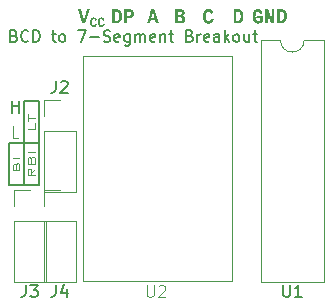
<source format=gbr>
%TF.GenerationSoftware,KiCad,Pcbnew,7.0.8-7.0.8~ubuntu23.04.1*%
%TF.CreationDate,2023-10-03T20:58:01+04:00*%
%TF.ProjectId,7segment_breakout,37736567-6d65-46e7-945f-627265616b6f,rev?*%
%TF.SameCoordinates,Original*%
%TF.FileFunction,Legend,Top*%
%TF.FilePolarity,Positive*%
%FSLAX46Y46*%
G04 Gerber Fmt 4.6, Leading zero omitted, Abs format (unit mm)*
G04 Created by KiCad (PCBNEW 7.0.8-7.0.8~ubuntu23.04.1) date 2023-10-03 20:58:01*
%MOMM*%
%LPD*%
G01*
G04 APERTURE LIST*
%ADD10C,0.150000*%
%ADD11C,0.100000*%
%ADD12C,0.250000*%
%ADD13C,0.120000*%
G04 APERTURE END LIST*
D10*
X127762000Y-93472000D02*
X127762000Y-86360000D01*
X126492000Y-89916000D02*
X126492000Y-93472000D01*
X126492000Y-93472000D02*
X129032000Y-93472000D01*
X129032000Y-89916000D02*
X126492000Y-89916000D01*
X127762000Y-86360000D02*
X129032000Y-86360000D01*
X129032000Y-86360000D02*
X129032000Y-93472000D01*
X126941769Y-80829209D02*
X127080341Y-80876828D01*
X127080341Y-80876828D02*
X127126531Y-80924447D01*
X127126531Y-80924447D02*
X127172722Y-81019685D01*
X127172722Y-81019685D02*
X127172722Y-81162542D01*
X127172722Y-81162542D02*
X127126531Y-81257780D01*
X127126531Y-81257780D02*
X127080341Y-81305400D01*
X127080341Y-81305400D02*
X126987960Y-81353019D01*
X126987960Y-81353019D02*
X126618436Y-81353019D01*
X126618436Y-81353019D02*
X126618436Y-80353019D01*
X126618436Y-80353019D02*
X126941769Y-80353019D01*
X126941769Y-80353019D02*
X127034150Y-80400638D01*
X127034150Y-80400638D02*
X127080341Y-80448257D01*
X127080341Y-80448257D02*
X127126531Y-80543495D01*
X127126531Y-80543495D02*
X127126531Y-80638733D01*
X127126531Y-80638733D02*
X127080341Y-80733971D01*
X127080341Y-80733971D02*
X127034150Y-80781590D01*
X127034150Y-80781590D02*
X126941769Y-80829209D01*
X126941769Y-80829209D02*
X126618436Y-80829209D01*
X128142722Y-81257780D02*
X128096531Y-81305400D01*
X128096531Y-81305400D02*
X127957960Y-81353019D01*
X127957960Y-81353019D02*
X127865579Y-81353019D01*
X127865579Y-81353019D02*
X127727007Y-81305400D01*
X127727007Y-81305400D02*
X127634626Y-81210161D01*
X127634626Y-81210161D02*
X127588436Y-81114923D01*
X127588436Y-81114923D02*
X127542245Y-80924447D01*
X127542245Y-80924447D02*
X127542245Y-80781590D01*
X127542245Y-80781590D02*
X127588436Y-80591114D01*
X127588436Y-80591114D02*
X127634626Y-80495876D01*
X127634626Y-80495876D02*
X127727007Y-80400638D01*
X127727007Y-80400638D02*
X127865579Y-80353019D01*
X127865579Y-80353019D02*
X127957960Y-80353019D01*
X127957960Y-80353019D02*
X128096531Y-80400638D01*
X128096531Y-80400638D02*
X128142722Y-80448257D01*
X128558436Y-81353019D02*
X128558436Y-80353019D01*
X128558436Y-80353019D02*
X128789388Y-80353019D01*
X128789388Y-80353019D02*
X128927960Y-80400638D01*
X128927960Y-80400638D02*
X129020341Y-80495876D01*
X129020341Y-80495876D02*
X129066531Y-80591114D01*
X129066531Y-80591114D02*
X129112722Y-80781590D01*
X129112722Y-80781590D02*
X129112722Y-80924447D01*
X129112722Y-80924447D02*
X129066531Y-81114923D01*
X129066531Y-81114923D02*
X129020341Y-81210161D01*
X129020341Y-81210161D02*
X128927960Y-81305400D01*
X128927960Y-81305400D02*
X128789388Y-81353019D01*
X128789388Y-81353019D02*
X128558436Y-81353019D01*
X130128912Y-80686352D02*
X130498436Y-80686352D01*
X130267484Y-80353019D02*
X130267484Y-81210161D01*
X130267484Y-81210161D02*
X130313674Y-81305400D01*
X130313674Y-81305400D02*
X130406055Y-81353019D01*
X130406055Y-81353019D02*
X130498436Y-81353019D01*
X130960341Y-81353019D02*
X130867960Y-81305400D01*
X130867960Y-81305400D02*
X130821770Y-81257780D01*
X130821770Y-81257780D02*
X130775579Y-81162542D01*
X130775579Y-81162542D02*
X130775579Y-80876828D01*
X130775579Y-80876828D02*
X130821770Y-80781590D01*
X130821770Y-80781590D02*
X130867960Y-80733971D01*
X130867960Y-80733971D02*
X130960341Y-80686352D01*
X130960341Y-80686352D02*
X131098913Y-80686352D01*
X131098913Y-80686352D02*
X131191294Y-80733971D01*
X131191294Y-80733971D02*
X131237484Y-80781590D01*
X131237484Y-80781590D02*
X131283675Y-80876828D01*
X131283675Y-80876828D02*
X131283675Y-81162542D01*
X131283675Y-81162542D02*
X131237484Y-81257780D01*
X131237484Y-81257780D02*
X131191294Y-81305400D01*
X131191294Y-81305400D02*
X131098913Y-81353019D01*
X131098913Y-81353019D02*
X130960341Y-81353019D01*
X132346056Y-80353019D02*
X132992723Y-80353019D01*
X132992723Y-80353019D02*
X132577008Y-81353019D01*
X133362247Y-80972066D02*
X134101295Y-80972066D01*
X134517008Y-81305400D02*
X134655580Y-81353019D01*
X134655580Y-81353019D02*
X134886532Y-81353019D01*
X134886532Y-81353019D02*
X134978913Y-81305400D01*
X134978913Y-81305400D02*
X135025104Y-81257780D01*
X135025104Y-81257780D02*
X135071294Y-81162542D01*
X135071294Y-81162542D02*
X135071294Y-81067304D01*
X135071294Y-81067304D02*
X135025104Y-80972066D01*
X135025104Y-80972066D02*
X134978913Y-80924447D01*
X134978913Y-80924447D02*
X134886532Y-80876828D01*
X134886532Y-80876828D02*
X134701770Y-80829209D01*
X134701770Y-80829209D02*
X134609389Y-80781590D01*
X134609389Y-80781590D02*
X134563199Y-80733971D01*
X134563199Y-80733971D02*
X134517008Y-80638733D01*
X134517008Y-80638733D02*
X134517008Y-80543495D01*
X134517008Y-80543495D02*
X134563199Y-80448257D01*
X134563199Y-80448257D02*
X134609389Y-80400638D01*
X134609389Y-80400638D02*
X134701770Y-80353019D01*
X134701770Y-80353019D02*
X134932723Y-80353019D01*
X134932723Y-80353019D02*
X135071294Y-80400638D01*
X135856533Y-81305400D02*
X135764152Y-81353019D01*
X135764152Y-81353019D02*
X135579390Y-81353019D01*
X135579390Y-81353019D02*
X135487009Y-81305400D01*
X135487009Y-81305400D02*
X135440818Y-81210161D01*
X135440818Y-81210161D02*
X135440818Y-80829209D01*
X135440818Y-80829209D02*
X135487009Y-80733971D01*
X135487009Y-80733971D02*
X135579390Y-80686352D01*
X135579390Y-80686352D02*
X135764152Y-80686352D01*
X135764152Y-80686352D02*
X135856533Y-80733971D01*
X135856533Y-80733971D02*
X135902723Y-80829209D01*
X135902723Y-80829209D02*
X135902723Y-80924447D01*
X135902723Y-80924447D02*
X135440818Y-81019685D01*
X136734152Y-80686352D02*
X136734152Y-81495876D01*
X136734152Y-81495876D02*
X136687962Y-81591114D01*
X136687962Y-81591114D02*
X136641771Y-81638733D01*
X136641771Y-81638733D02*
X136549390Y-81686352D01*
X136549390Y-81686352D02*
X136410819Y-81686352D01*
X136410819Y-81686352D02*
X136318438Y-81638733D01*
X136734152Y-81305400D02*
X136641771Y-81353019D01*
X136641771Y-81353019D02*
X136457009Y-81353019D01*
X136457009Y-81353019D02*
X136364628Y-81305400D01*
X136364628Y-81305400D02*
X136318438Y-81257780D01*
X136318438Y-81257780D02*
X136272247Y-81162542D01*
X136272247Y-81162542D02*
X136272247Y-80876828D01*
X136272247Y-80876828D02*
X136318438Y-80781590D01*
X136318438Y-80781590D02*
X136364628Y-80733971D01*
X136364628Y-80733971D02*
X136457009Y-80686352D01*
X136457009Y-80686352D02*
X136641771Y-80686352D01*
X136641771Y-80686352D02*
X136734152Y-80733971D01*
X137196057Y-81353019D02*
X137196057Y-80686352D01*
X137196057Y-80781590D02*
X137242247Y-80733971D01*
X137242247Y-80733971D02*
X137334628Y-80686352D01*
X137334628Y-80686352D02*
X137473200Y-80686352D01*
X137473200Y-80686352D02*
X137565581Y-80733971D01*
X137565581Y-80733971D02*
X137611771Y-80829209D01*
X137611771Y-80829209D02*
X137611771Y-81353019D01*
X137611771Y-80829209D02*
X137657962Y-80733971D01*
X137657962Y-80733971D02*
X137750343Y-80686352D01*
X137750343Y-80686352D02*
X137888914Y-80686352D01*
X137888914Y-80686352D02*
X137981295Y-80733971D01*
X137981295Y-80733971D02*
X138027485Y-80829209D01*
X138027485Y-80829209D02*
X138027485Y-81353019D01*
X138858914Y-81305400D02*
X138766533Y-81353019D01*
X138766533Y-81353019D02*
X138581771Y-81353019D01*
X138581771Y-81353019D02*
X138489390Y-81305400D01*
X138489390Y-81305400D02*
X138443199Y-81210161D01*
X138443199Y-81210161D02*
X138443199Y-80829209D01*
X138443199Y-80829209D02*
X138489390Y-80733971D01*
X138489390Y-80733971D02*
X138581771Y-80686352D01*
X138581771Y-80686352D02*
X138766533Y-80686352D01*
X138766533Y-80686352D02*
X138858914Y-80733971D01*
X138858914Y-80733971D02*
X138905104Y-80829209D01*
X138905104Y-80829209D02*
X138905104Y-80924447D01*
X138905104Y-80924447D02*
X138443199Y-81019685D01*
X139320819Y-80686352D02*
X139320819Y-81353019D01*
X139320819Y-80781590D02*
X139367009Y-80733971D01*
X139367009Y-80733971D02*
X139459390Y-80686352D01*
X139459390Y-80686352D02*
X139597962Y-80686352D01*
X139597962Y-80686352D02*
X139690343Y-80733971D01*
X139690343Y-80733971D02*
X139736533Y-80829209D01*
X139736533Y-80829209D02*
X139736533Y-81353019D01*
X140059866Y-80686352D02*
X140429390Y-80686352D01*
X140198438Y-80353019D02*
X140198438Y-81210161D01*
X140198438Y-81210161D02*
X140244628Y-81305400D01*
X140244628Y-81305400D02*
X140337009Y-81353019D01*
X140337009Y-81353019D02*
X140429390Y-81353019D01*
X141815105Y-80829209D02*
X141953677Y-80876828D01*
X141953677Y-80876828D02*
X141999867Y-80924447D01*
X141999867Y-80924447D02*
X142046058Y-81019685D01*
X142046058Y-81019685D02*
X142046058Y-81162542D01*
X142046058Y-81162542D02*
X141999867Y-81257780D01*
X141999867Y-81257780D02*
X141953677Y-81305400D01*
X141953677Y-81305400D02*
X141861296Y-81353019D01*
X141861296Y-81353019D02*
X141491772Y-81353019D01*
X141491772Y-81353019D02*
X141491772Y-80353019D01*
X141491772Y-80353019D02*
X141815105Y-80353019D01*
X141815105Y-80353019D02*
X141907486Y-80400638D01*
X141907486Y-80400638D02*
X141953677Y-80448257D01*
X141953677Y-80448257D02*
X141999867Y-80543495D01*
X141999867Y-80543495D02*
X141999867Y-80638733D01*
X141999867Y-80638733D02*
X141953677Y-80733971D01*
X141953677Y-80733971D02*
X141907486Y-80781590D01*
X141907486Y-80781590D02*
X141815105Y-80829209D01*
X141815105Y-80829209D02*
X141491772Y-80829209D01*
X142461772Y-81353019D02*
X142461772Y-80686352D01*
X142461772Y-80876828D02*
X142507962Y-80781590D01*
X142507962Y-80781590D02*
X142554153Y-80733971D01*
X142554153Y-80733971D02*
X142646534Y-80686352D01*
X142646534Y-80686352D02*
X142738915Y-80686352D01*
X143431772Y-81305400D02*
X143339391Y-81353019D01*
X143339391Y-81353019D02*
X143154629Y-81353019D01*
X143154629Y-81353019D02*
X143062248Y-81305400D01*
X143062248Y-81305400D02*
X143016057Y-81210161D01*
X143016057Y-81210161D02*
X143016057Y-80829209D01*
X143016057Y-80829209D02*
X143062248Y-80733971D01*
X143062248Y-80733971D02*
X143154629Y-80686352D01*
X143154629Y-80686352D02*
X143339391Y-80686352D01*
X143339391Y-80686352D02*
X143431772Y-80733971D01*
X143431772Y-80733971D02*
X143477962Y-80829209D01*
X143477962Y-80829209D02*
X143477962Y-80924447D01*
X143477962Y-80924447D02*
X143016057Y-81019685D01*
X144309391Y-81353019D02*
X144309391Y-80829209D01*
X144309391Y-80829209D02*
X144263201Y-80733971D01*
X144263201Y-80733971D02*
X144170820Y-80686352D01*
X144170820Y-80686352D02*
X143986058Y-80686352D01*
X143986058Y-80686352D02*
X143893677Y-80733971D01*
X144309391Y-81305400D02*
X144217010Y-81353019D01*
X144217010Y-81353019D02*
X143986058Y-81353019D01*
X143986058Y-81353019D02*
X143893677Y-81305400D01*
X143893677Y-81305400D02*
X143847486Y-81210161D01*
X143847486Y-81210161D02*
X143847486Y-81114923D01*
X143847486Y-81114923D02*
X143893677Y-81019685D01*
X143893677Y-81019685D02*
X143986058Y-80972066D01*
X143986058Y-80972066D02*
X144217010Y-80972066D01*
X144217010Y-80972066D02*
X144309391Y-80924447D01*
X144771296Y-81353019D02*
X144771296Y-80353019D01*
X144863677Y-80972066D02*
X145140820Y-81353019D01*
X145140820Y-80686352D02*
X144771296Y-81067304D01*
X145695105Y-81353019D02*
X145602724Y-81305400D01*
X145602724Y-81305400D02*
X145556534Y-81257780D01*
X145556534Y-81257780D02*
X145510343Y-81162542D01*
X145510343Y-81162542D02*
X145510343Y-80876828D01*
X145510343Y-80876828D02*
X145556534Y-80781590D01*
X145556534Y-80781590D02*
X145602724Y-80733971D01*
X145602724Y-80733971D02*
X145695105Y-80686352D01*
X145695105Y-80686352D02*
X145833677Y-80686352D01*
X145833677Y-80686352D02*
X145926058Y-80733971D01*
X145926058Y-80733971D02*
X145972248Y-80781590D01*
X145972248Y-80781590D02*
X146018439Y-80876828D01*
X146018439Y-80876828D02*
X146018439Y-81162542D01*
X146018439Y-81162542D02*
X145972248Y-81257780D01*
X145972248Y-81257780D02*
X145926058Y-81305400D01*
X145926058Y-81305400D02*
X145833677Y-81353019D01*
X145833677Y-81353019D02*
X145695105Y-81353019D01*
X146849867Y-80686352D02*
X146849867Y-81353019D01*
X146434153Y-80686352D02*
X146434153Y-81210161D01*
X146434153Y-81210161D02*
X146480343Y-81305400D01*
X146480343Y-81305400D02*
X146572724Y-81353019D01*
X146572724Y-81353019D02*
X146711296Y-81353019D01*
X146711296Y-81353019D02*
X146803677Y-81305400D01*
X146803677Y-81305400D02*
X146849867Y-81257780D01*
X147173200Y-80686352D02*
X147542724Y-80686352D01*
X147311772Y-80353019D02*
X147311772Y-81210161D01*
X147311772Y-81210161D02*
X147357962Y-81305400D01*
X147357962Y-81305400D02*
X147450343Y-81353019D01*
X147450343Y-81353019D02*
X147542724Y-81353019D01*
D11*
X128699371Y-92088687D02*
X128413657Y-92422020D01*
X128699371Y-92660115D02*
X128099371Y-92660115D01*
X128099371Y-92660115D02*
X128099371Y-92279163D01*
X128099371Y-92279163D02*
X128127942Y-92183925D01*
X128127942Y-92183925D02*
X128156514Y-92136306D01*
X128156514Y-92136306D02*
X128213657Y-92088687D01*
X128213657Y-92088687D02*
X128299371Y-92088687D01*
X128299371Y-92088687D02*
X128356514Y-92136306D01*
X128356514Y-92136306D02*
X128385085Y-92183925D01*
X128385085Y-92183925D02*
X128413657Y-92279163D01*
X128413657Y-92279163D02*
X128413657Y-92660115D01*
X128385085Y-91326782D02*
X128413657Y-91183925D01*
X128413657Y-91183925D02*
X128442228Y-91136306D01*
X128442228Y-91136306D02*
X128499371Y-91088687D01*
X128499371Y-91088687D02*
X128585085Y-91088687D01*
X128585085Y-91088687D02*
X128642228Y-91136306D01*
X128642228Y-91136306D02*
X128670800Y-91183925D01*
X128670800Y-91183925D02*
X128699371Y-91279163D01*
X128699371Y-91279163D02*
X128699371Y-91660115D01*
X128699371Y-91660115D02*
X128099371Y-91660115D01*
X128099371Y-91660115D02*
X128099371Y-91326782D01*
X128099371Y-91326782D02*
X128127942Y-91231544D01*
X128127942Y-91231544D02*
X128156514Y-91183925D01*
X128156514Y-91183925D02*
X128213657Y-91136306D01*
X128213657Y-91136306D02*
X128270800Y-91136306D01*
X128270800Y-91136306D02*
X128327942Y-91183925D01*
X128327942Y-91183925D02*
X128356514Y-91231544D01*
X128356514Y-91231544D02*
X128385085Y-91326782D01*
X128385085Y-91326782D02*
X128385085Y-91660115D01*
X128699371Y-90660115D02*
X128099371Y-90660115D01*
D12*
G36*
X145840636Y-78584488D02*
G01*
X145857144Y-78584919D01*
X145873385Y-78585637D01*
X145889359Y-78586642D01*
X145905066Y-78587934D01*
X145920507Y-78589513D01*
X145935680Y-78591380D01*
X145950587Y-78593533D01*
X145965228Y-78595974D01*
X145979601Y-78598701D01*
X145993708Y-78601716D01*
X146007548Y-78605018D01*
X146021121Y-78608607D01*
X146034428Y-78612484D01*
X146047467Y-78616647D01*
X146060240Y-78621097D01*
X146072746Y-78625835D01*
X146084986Y-78630860D01*
X146096959Y-78636172D01*
X146108664Y-78641771D01*
X146120104Y-78647657D01*
X146131276Y-78653830D01*
X146142182Y-78660290D01*
X146152821Y-78667038D01*
X146163193Y-78674073D01*
X146173298Y-78681394D01*
X146183137Y-78689003D01*
X146192708Y-78696899D01*
X146202013Y-78705082D01*
X146211052Y-78713553D01*
X146219823Y-78722310D01*
X146228328Y-78731355D01*
X146236569Y-78740672D01*
X146244548Y-78750287D01*
X146252265Y-78760199D01*
X146259721Y-78770409D01*
X146266915Y-78780917D01*
X146273848Y-78791722D01*
X146280519Y-78802825D01*
X146286928Y-78814226D01*
X146293076Y-78825925D01*
X146298962Y-78837921D01*
X146304587Y-78850215D01*
X146309950Y-78862806D01*
X146315051Y-78875695D01*
X146319891Y-78888882D01*
X146324469Y-78902367D01*
X146328785Y-78916149D01*
X146332840Y-78930229D01*
X146336633Y-78944606D01*
X146340165Y-78959281D01*
X146343435Y-78974254D01*
X146346444Y-78989525D01*
X146349191Y-79005093D01*
X146351676Y-79020959D01*
X146353900Y-79037122D01*
X146355862Y-79053584D01*
X146357562Y-79070342D01*
X146359001Y-79087399D01*
X146360178Y-79104753D01*
X146361094Y-79122405D01*
X146361748Y-79140355D01*
X146362140Y-79158602D01*
X146362271Y-79177147D01*
X146362147Y-79195449D01*
X146361774Y-79213485D01*
X146361153Y-79231254D01*
X146360283Y-79248756D01*
X146359165Y-79265992D01*
X146357799Y-79282961D01*
X146356184Y-79299664D01*
X146354321Y-79316100D01*
X146352209Y-79332269D01*
X146349849Y-79348171D01*
X146347240Y-79363807D01*
X146344383Y-79379176D01*
X146341278Y-79394278D01*
X146337924Y-79409114D01*
X146334321Y-79423683D01*
X146330471Y-79437986D01*
X146326371Y-79452022D01*
X146322024Y-79465791D01*
X146317427Y-79479293D01*
X146312583Y-79492529D01*
X146307490Y-79505498D01*
X146302148Y-79518201D01*
X146296558Y-79530637D01*
X146290720Y-79542806D01*
X146284633Y-79554708D01*
X146278298Y-79566344D01*
X146271714Y-79577713D01*
X146264882Y-79588816D01*
X146257802Y-79599652D01*
X146250473Y-79610221D01*
X146242895Y-79620523D01*
X146235069Y-79630559D01*
X146227032Y-79640307D01*
X146218784Y-79649745D01*
X146210326Y-79658874D01*
X146201657Y-79667694D01*
X146192777Y-79676204D01*
X146183687Y-79684404D01*
X146174386Y-79692295D01*
X146164874Y-79699877D01*
X146155151Y-79707149D01*
X146145218Y-79714112D01*
X146135075Y-79720765D01*
X146124720Y-79727109D01*
X146114155Y-79733143D01*
X146103380Y-79738868D01*
X146092393Y-79744283D01*
X146081196Y-79749389D01*
X146069789Y-79754186D01*
X146058170Y-79758673D01*
X146046341Y-79762851D01*
X146034302Y-79766719D01*
X146022051Y-79770278D01*
X146009590Y-79773527D01*
X145996919Y-79776467D01*
X145984036Y-79779097D01*
X145970944Y-79781418D01*
X145957640Y-79783429D01*
X145944126Y-79785131D01*
X145930401Y-79786524D01*
X145916465Y-79787607D01*
X145902319Y-79788381D01*
X145887962Y-79788845D01*
X145873394Y-79789000D01*
X145526374Y-79789000D01*
X145526374Y-78787872D01*
X145769347Y-78787872D01*
X145769347Y-79585472D01*
X145853464Y-79585472D01*
X145869693Y-79585073D01*
X145885407Y-79583877D01*
X145900605Y-79581883D01*
X145915288Y-79579092D01*
X145929456Y-79575503D01*
X145943109Y-79571117D01*
X145956247Y-79565933D01*
X145968869Y-79559952D01*
X145980976Y-79553173D01*
X145992568Y-79545596D01*
X146003645Y-79537223D01*
X146014207Y-79528051D01*
X146024253Y-79518082D01*
X146033784Y-79507316D01*
X146042800Y-79495752D01*
X146051301Y-79483391D01*
X146059287Y-79470232D01*
X146066757Y-79456275D01*
X146073712Y-79441521D01*
X146080152Y-79425970D01*
X146086077Y-79409621D01*
X146091487Y-79392474D01*
X146096381Y-79374531D01*
X146100760Y-79355789D01*
X146104624Y-79336250D01*
X146107973Y-79315914D01*
X146110807Y-79294779D01*
X146113125Y-79272848D01*
X146114928Y-79250119D01*
X146116216Y-79226592D01*
X146116989Y-79202268D01*
X146117247Y-79177147D01*
X146116971Y-79152252D01*
X146116143Y-79128210D01*
X146114763Y-79105021D01*
X146112832Y-79082686D01*
X146110349Y-79061204D01*
X146107313Y-79040575D01*
X146103727Y-79020800D01*
X146099588Y-79001878D01*
X146094897Y-78983809D01*
X146089655Y-78966594D01*
X146083860Y-78950232D01*
X146077514Y-78934724D01*
X146070616Y-78920068D01*
X146063167Y-78906266D01*
X146055165Y-78893317D01*
X146046612Y-78881222D01*
X146037482Y-78869918D01*
X146027680Y-78859343D01*
X146017204Y-78849498D01*
X146006055Y-78840382D01*
X145994233Y-78831995D01*
X145981738Y-78824337D01*
X145968569Y-78817409D01*
X145954727Y-78811210D01*
X145940212Y-78805740D01*
X145925024Y-78801000D01*
X145909163Y-78796989D01*
X145892629Y-78793707D01*
X145875421Y-78791154D01*
X145857540Y-78789331D01*
X145838986Y-78788237D01*
X145819759Y-78787872D01*
X145769347Y-78787872D01*
X145526374Y-78787872D01*
X145526374Y-78584345D01*
X145823862Y-78584345D01*
X145840636Y-78584488D01*
G37*
G36*
X139189217Y-79789000D02*
G01*
X138946830Y-79789000D01*
X138870919Y-79499425D01*
X138494883Y-79499425D01*
X138419265Y-79789000D01*
X138176000Y-79789000D01*
X138324552Y-79301295D01*
X138546174Y-79301295D01*
X138819921Y-79301295D01*
X138813972Y-79278604D01*
X138808178Y-79256490D01*
X138802539Y-79234953D01*
X138797056Y-79213993D01*
X138791727Y-79193611D01*
X138786554Y-79173807D01*
X138781535Y-79154579D01*
X138776672Y-79135929D01*
X138771964Y-79117857D01*
X138767411Y-79100361D01*
X138763013Y-79083443D01*
X138758771Y-79067103D01*
X138754683Y-79051340D01*
X138750751Y-79036154D01*
X138746973Y-79021545D01*
X138743351Y-79007514D01*
X138739884Y-78994060D01*
X138736572Y-78981184D01*
X138733416Y-78968885D01*
X138727567Y-78946019D01*
X138722340Y-78925462D01*
X138717733Y-78907215D01*
X138713746Y-78891277D01*
X138710380Y-78877649D01*
X138706495Y-78861536D01*
X138703450Y-78848278D01*
X138700580Y-78835650D01*
X138697027Y-78819794D01*
X138693784Y-78805059D01*
X138690853Y-78791446D01*
X138688234Y-78778954D01*
X138685398Y-78764915D01*
X138683048Y-78752628D01*
X138680676Y-78765244D01*
X138677775Y-78779673D01*
X138675074Y-78792522D01*
X138672033Y-78806533D01*
X138668653Y-78821704D01*
X138664934Y-78838036D01*
X138661923Y-78851047D01*
X138658721Y-78864711D01*
X138654744Y-78881173D01*
X138651337Y-78894961D01*
X138647325Y-78910998D01*
X138642709Y-78929284D01*
X138637488Y-78949821D01*
X138631663Y-78972608D01*
X138628523Y-78984845D01*
X138625233Y-78997645D01*
X138621792Y-79011007D01*
X138618199Y-79024931D01*
X138614455Y-79039418D01*
X138610560Y-79054468D01*
X138606514Y-79070079D01*
X138602317Y-79086254D01*
X138597969Y-79102991D01*
X138593469Y-79120290D01*
X138588819Y-79138152D01*
X138584017Y-79156576D01*
X138579064Y-79175563D01*
X138573960Y-79195112D01*
X138568705Y-79215224D01*
X138563299Y-79235898D01*
X138557742Y-79257135D01*
X138552033Y-79278934D01*
X138546174Y-79301295D01*
X138324552Y-79301295D01*
X138541191Y-78590060D01*
X138824611Y-78590060D01*
X139189217Y-79789000D01*
G37*
G36*
X132965318Y-79789000D02*
G01*
X132718829Y-79789000D01*
X132336344Y-78590060D01*
X132590454Y-78590060D01*
X132782429Y-79278752D01*
X132786750Y-79294157D01*
X132791359Y-79310963D01*
X132796257Y-79329171D01*
X132799683Y-79342087D01*
X132803237Y-79355626D01*
X132806919Y-79369788D01*
X132810729Y-79384572D01*
X132814667Y-79399979D01*
X132818734Y-79416009D01*
X132822929Y-79432661D01*
X132827252Y-79449936D01*
X132831703Y-79467833D01*
X132836283Y-79486353D01*
X132840990Y-79505496D01*
X132843392Y-79515301D01*
X132860685Y-79438780D01*
X132902890Y-79278752D01*
X133093986Y-78590060D01*
X133345458Y-78590060D01*
X132965318Y-79789000D01*
G37*
G36*
X133540656Y-79690570D02*
G01*
X133540798Y-79707041D01*
X133541224Y-79723036D01*
X133541934Y-79738554D01*
X133542928Y-79753596D01*
X133544206Y-79768163D01*
X133545767Y-79782252D01*
X133547613Y-79795866D01*
X133549742Y-79809003D01*
X133552156Y-79821664D01*
X133556308Y-79839762D01*
X133561100Y-79856789D01*
X133566530Y-79872744D01*
X133572599Y-79887628D01*
X133577000Y-79896955D01*
X133584186Y-79909892D01*
X133592006Y-79921557D01*
X133600459Y-79931950D01*
X133609547Y-79941070D01*
X133619268Y-79948917D01*
X133629622Y-79955492D01*
X133640611Y-79960794D01*
X133652233Y-79964824D01*
X133664488Y-79967581D01*
X133677378Y-79969066D01*
X133686323Y-79969348D01*
X133701766Y-79968179D01*
X133716441Y-79964671D01*
X133730349Y-79958825D01*
X133743489Y-79950640D01*
X133755862Y-79940116D01*
X133767467Y-79927254D01*
X133778304Y-79912053D01*
X133785102Y-79900620D01*
X133791560Y-79888148D01*
X133797676Y-79874636D01*
X133803450Y-79860085D01*
X133808884Y-79844494D01*
X133811473Y-79836309D01*
X133954208Y-79865203D01*
X133949740Y-79879678D01*
X133945016Y-79893694D01*
X133940038Y-79907250D01*
X133934805Y-79920347D01*
X133929317Y-79932984D01*
X133923575Y-79945161D01*
X133917577Y-79956879D01*
X133911325Y-79968138D01*
X133904819Y-79978937D01*
X133891041Y-79999156D01*
X133876245Y-80017537D01*
X133860429Y-80034080D01*
X133843595Y-80048785D01*
X133825741Y-80061652D01*
X133806869Y-80072681D01*
X133786978Y-80081871D01*
X133766067Y-80089224D01*
X133744138Y-80094738D01*
X133721190Y-80098415D01*
X133709334Y-80099563D01*
X133697223Y-80100253D01*
X133684857Y-80100482D01*
X133666775Y-80100076D01*
X133649238Y-80098855D01*
X133632245Y-80096821D01*
X133615798Y-80093973D01*
X133599895Y-80090312D01*
X133584538Y-80085837D01*
X133569725Y-80080548D01*
X133555458Y-80074446D01*
X133541735Y-80067530D01*
X133528557Y-80059801D01*
X133515925Y-80051258D01*
X133503837Y-80041901D01*
X133492294Y-80031730D01*
X133481296Y-80020746D01*
X133470843Y-80008949D01*
X133460936Y-79996337D01*
X133451637Y-79982901D01*
X133442938Y-79968708D01*
X133434839Y-79953759D01*
X133427340Y-79938053D01*
X133420441Y-79921591D01*
X133414142Y-79904372D01*
X133408442Y-79886396D01*
X133403343Y-79867664D01*
X133398844Y-79848175D01*
X133394944Y-79827930D01*
X133391645Y-79806928D01*
X133388945Y-79785169D01*
X133386845Y-79762654D01*
X133385345Y-79739383D01*
X133384446Y-79715354D01*
X133384146Y-79690570D01*
X133384435Y-79665780D01*
X133385304Y-79641778D01*
X133386752Y-79618562D01*
X133388780Y-79596134D01*
X133391387Y-79574492D01*
X133394573Y-79553637D01*
X133398339Y-79533570D01*
X133402684Y-79514289D01*
X133407608Y-79495795D01*
X133413111Y-79478088D01*
X133419194Y-79461169D01*
X133425856Y-79445036D01*
X133433098Y-79429690D01*
X133440918Y-79415131D01*
X133449318Y-79401359D01*
X133458298Y-79388374D01*
X133467856Y-79376176D01*
X133477994Y-79364765D01*
X133488712Y-79354141D01*
X133500008Y-79344304D01*
X133511884Y-79335254D01*
X133524339Y-79326991D01*
X133537374Y-79319514D01*
X133550988Y-79312825D01*
X133565181Y-79306923D01*
X133579954Y-79301808D01*
X133595305Y-79297479D01*
X133611236Y-79293938D01*
X133627747Y-79291184D01*
X133644837Y-79289216D01*
X133662506Y-79288036D01*
X133680754Y-79287642D01*
X133692757Y-79287864D01*
X133704513Y-79288530D01*
X133721683Y-79290362D01*
X133738296Y-79293193D01*
X133754353Y-79297022D01*
X133769854Y-79301851D01*
X133784798Y-79307679D01*
X133799186Y-79314506D01*
X133813017Y-79322332D01*
X133826292Y-79331157D01*
X133839011Y-79340981D01*
X133843127Y-79344478D01*
X133855130Y-79355620D01*
X133866520Y-79367733D01*
X133877297Y-79380818D01*
X133887461Y-79394873D01*
X133897012Y-79409900D01*
X133905950Y-79425898D01*
X133911568Y-79437103D01*
X133916914Y-79448739D01*
X133921987Y-79460807D01*
X133926787Y-79473307D01*
X133931315Y-79486238D01*
X133935571Y-79499601D01*
X133939554Y-79513396D01*
X133797404Y-79551815D01*
X133793361Y-79536460D01*
X133788850Y-79521989D01*
X133783872Y-79508400D01*
X133778427Y-79495694D01*
X133772515Y-79483872D01*
X133766135Y-79472932D01*
X133757504Y-79460500D01*
X133751975Y-79453703D01*
X133742320Y-79443641D01*
X133732220Y-79435285D01*
X133721677Y-79428633D01*
X133710691Y-79423688D01*
X133699260Y-79420447D01*
X133687386Y-79418913D01*
X133682513Y-79418776D01*
X133665335Y-79419838D01*
X133649265Y-79423023D01*
X133634304Y-79428331D01*
X133620451Y-79435763D01*
X133607706Y-79445319D01*
X133596069Y-79456997D01*
X133585541Y-79470799D01*
X133576120Y-79486725D01*
X133567809Y-79504773D01*
X133560605Y-79524946D01*
X133554510Y-79547241D01*
X133549522Y-79571660D01*
X133547444Y-79584666D01*
X133545644Y-79598202D01*
X133544120Y-79612270D01*
X133542873Y-79626868D01*
X133541903Y-79641997D01*
X133541211Y-79657657D01*
X133540795Y-79673848D01*
X133540656Y-79690570D01*
G37*
G36*
X134185458Y-79690570D02*
G01*
X134185599Y-79707041D01*
X134186025Y-79723036D01*
X134186735Y-79738554D01*
X134187729Y-79753596D01*
X134189007Y-79768163D01*
X134190568Y-79782252D01*
X134192414Y-79795866D01*
X134194543Y-79809003D01*
X134196957Y-79821664D01*
X134201109Y-79839762D01*
X134205901Y-79856789D01*
X134211331Y-79872744D01*
X134217400Y-79887628D01*
X134221801Y-79896955D01*
X134228987Y-79909892D01*
X134236807Y-79921557D01*
X134245260Y-79931950D01*
X134254348Y-79941070D01*
X134264069Y-79948917D01*
X134274423Y-79955492D01*
X134285412Y-79960794D01*
X134297034Y-79964824D01*
X134309289Y-79967581D01*
X134322179Y-79969066D01*
X134331124Y-79969348D01*
X134346567Y-79968179D01*
X134361243Y-79964671D01*
X134375150Y-79958825D01*
X134388291Y-79950640D01*
X134400663Y-79940116D01*
X134412268Y-79927254D01*
X134423105Y-79912053D01*
X134429903Y-79900620D01*
X134436361Y-79888148D01*
X134442477Y-79874636D01*
X134448251Y-79860085D01*
X134453685Y-79844494D01*
X134456274Y-79836309D01*
X134599009Y-79865203D01*
X134594541Y-79879678D01*
X134589817Y-79893694D01*
X134584839Y-79907250D01*
X134579606Y-79920347D01*
X134574118Y-79932984D01*
X134568376Y-79945161D01*
X134562379Y-79956879D01*
X134556127Y-79968138D01*
X134549620Y-79978937D01*
X134535842Y-79999156D01*
X134521046Y-80017537D01*
X134505230Y-80034080D01*
X134488396Y-80048785D01*
X134470542Y-80061652D01*
X134451670Y-80072681D01*
X134431779Y-80081871D01*
X134410869Y-80089224D01*
X134388939Y-80094738D01*
X134365991Y-80098415D01*
X134354135Y-80099563D01*
X134342024Y-80100253D01*
X134329658Y-80100482D01*
X134311576Y-80100076D01*
X134294039Y-80098855D01*
X134277046Y-80096821D01*
X134260599Y-80093973D01*
X134244696Y-80090312D01*
X134229339Y-80085837D01*
X134214526Y-80080548D01*
X134200259Y-80074446D01*
X134186536Y-80067530D01*
X134173358Y-80059801D01*
X134160726Y-80051258D01*
X134148638Y-80041901D01*
X134137095Y-80031730D01*
X134126097Y-80020746D01*
X134115645Y-80008949D01*
X134105737Y-79996337D01*
X134096438Y-79982901D01*
X134087739Y-79968708D01*
X134079640Y-79953759D01*
X134072141Y-79938053D01*
X134065242Y-79921591D01*
X134058943Y-79904372D01*
X134053244Y-79886396D01*
X134048144Y-79867664D01*
X134043645Y-79848175D01*
X134039745Y-79827930D01*
X134036446Y-79806928D01*
X134033746Y-79785169D01*
X134031646Y-79762654D01*
X134030147Y-79739383D01*
X134029247Y-79715354D01*
X134028947Y-79690570D01*
X134029236Y-79665780D01*
X134030105Y-79641778D01*
X134031554Y-79618562D01*
X134033581Y-79596134D01*
X134036188Y-79574492D01*
X134039374Y-79553637D01*
X134043140Y-79533570D01*
X134047485Y-79514289D01*
X134052409Y-79495795D01*
X134057912Y-79478088D01*
X134063995Y-79461169D01*
X134070657Y-79445036D01*
X134077899Y-79429690D01*
X134085719Y-79415131D01*
X134094119Y-79401359D01*
X134103099Y-79388374D01*
X134112657Y-79376176D01*
X134122795Y-79364765D01*
X134133513Y-79354141D01*
X134144809Y-79344304D01*
X134156685Y-79335254D01*
X134169141Y-79326991D01*
X134182175Y-79319514D01*
X134195789Y-79312825D01*
X134209982Y-79306923D01*
X134224755Y-79301808D01*
X134240106Y-79297479D01*
X134256038Y-79293938D01*
X134272548Y-79291184D01*
X134289638Y-79289216D01*
X134307307Y-79288036D01*
X134325555Y-79287642D01*
X134337558Y-79287864D01*
X134349314Y-79288530D01*
X134366484Y-79290362D01*
X134383097Y-79293193D01*
X134399154Y-79297022D01*
X134414655Y-79301851D01*
X134429599Y-79307679D01*
X134443987Y-79314506D01*
X134457818Y-79322332D01*
X134471093Y-79331157D01*
X134483812Y-79340981D01*
X134487928Y-79344478D01*
X134499931Y-79355620D01*
X134511321Y-79367733D01*
X134522098Y-79380818D01*
X134532263Y-79394873D01*
X134541813Y-79409900D01*
X134550751Y-79425898D01*
X134556369Y-79437103D01*
X134561715Y-79448739D01*
X134566788Y-79460807D01*
X134571588Y-79473307D01*
X134576116Y-79486238D01*
X134580372Y-79499601D01*
X134584355Y-79513396D01*
X134442206Y-79551815D01*
X134438162Y-79536460D01*
X134433651Y-79521989D01*
X134428673Y-79508400D01*
X134423228Y-79495694D01*
X134417316Y-79483872D01*
X134410936Y-79472932D01*
X134402305Y-79460500D01*
X134396776Y-79453703D01*
X134387121Y-79443641D01*
X134377021Y-79435285D01*
X134366478Y-79428633D01*
X134355492Y-79423688D01*
X134344061Y-79420447D01*
X134332188Y-79418913D01*
X134327314Y-79418776D01*
X134310136Y-79419838D01*
X134294066Y-79423023D01*
X134279105Y-79428331D01*
X134265252Y-79435763D01*
X134252507Y-79445319D01*
X134240870Y-79456997D01*
X134230342Y-79470799D01*
X134220922Y-79486725D01*
X134212610Y-79504773D01*
X134205406Y-79524946D01*
X134199311Y-79547241D01*
X134194324Y-79571660D01*
X134192246Y-79584666D01*
X134190445Y-79598202D01*
X134188921Y-79612270D01*
X134187674Y-79626868D01*
X134186704Y-79641997D01*
X134186012Y-79657657D01*
X134185596Y-79673848D01*
X134185458Y-79690570D01*
G37*
D10*
X126752579Y-87347419D02*
X126752579Y-86347419D01*
X126752579Y-86823609D02*
X127324007Y-86823609D01*
X127324007Y-87347419D02*
X127324007Y-86347419D01*
D11*
X127297474Y-89509019D02*
X126821284Y-89509019D01*
X126821284Y-89509019D02*
X126821284Y-88509019D01*
X128699371Y-88246925D02*
X128699371Y-88723115D01*
X128699371Y-88723115D02*
X128099371Y-88723115D01*
X128099371Y-88056448D02*
X128099371Y-87485020D01*
X128699371Y-87770734D02*
X128099371Y-87770734D01*
X127103504Y-91869582D02*
X127127314Y-91726725D01*
X127127314Y-91726725D02*
X127151123Y-91679106D01*
X127151123Y-91679106D02*
X127198742Y-91631487D01*
X127198742Y-91631487D02*
X127270171Y-91631487D01*
X127270171Y-91631487D02*
X127317790Y-91679106D01*
X127317790Y-91679106D02*
X127341600Y-91726725D01*
X127341600Y-91726725D02*
X127365409Y-91821963D01*
X127365409Y-91821963D02*
X127365409Y-92202915D01*
X127365409Y-92202915D02*
X126865409Y-92202915D01*
X126865409Y-92202915D02*
X126865409Y-91869582D01*
X126865409Y-91869582D02*
X126889219Y-91774344D01*
X126889219Y-91774344D02*
X126913028Y-91726725D01*
X126913028Y-91726725D02*
X126960647Y-91679106D01*
X126960647Y-91679106D02*
X127008266Y-91679106D01*
X127008266Y-91679106D02*
X127055885Y-91726725D01*
X127055885Y-91726725D02*
X127079695Y-91774344D01*
X127079695Y-91774344D02*
X127103504Y-91869582D01*
X127103504Y-91869582D02*
X127103504Y-92202915D01*
X127365409Y-91202915D02*
X126865409Y-91202915D01*
D12*
G36*
X147995979Y-79629289D02*
G01*
X147983443Y-79640365D01*
X147970897Y-79651090D01*
X147958341Y-79661463D01*
X147945773Y-79671484D01*
X147933194Y-79681154D01*
X147920605Y-79690472D01*
X147908004Y-79699438D01*
X147895393Y-79708053D01*
X147882771Y-79716316D01*
X147870138Y-79724228D01*
X147857494Y-79731787D01*
X147844840Y-79738996D01*
X147832174Y-79745852D01*
X147819497Y-79752357D01*
X147806810Y-79758511D01*
X147794112Y-79764313D01*
X147781403Y-79769763D01*
X147768683Y-79774861D01*
X147755952Y-79779608D01*
X147743210Y-79784004D01*
X147730457Y-79788047D01*
X147717694Y-79791739D01*
X147704920Y-79795080D01*
X147692134Y-79798069D01*
X147679338Y-79800706D01*
X147666531Y-79802991D01*
X147653713Y-79804925D01*
X147640885Y-79806508D01*
X147628045Y-79807738D01*
X147615194Y-79808617D01*
X147602333Y-79809145D01*
X147589461Y-79809321D01*
X147576107Y-79809161D01*
X147562936Y-79808682D01*
X147549948Y-79807883D01*
X147537144Y-79806765D01*
X147524523Y-79805328D01*
X147512085Y-79803572D01*
X147499830Y-79801496D01*
X147487758Y-79799100D01*
X147475870Y-79796386D01*
X147464164Y-79793352D01*
X147452642Y-79789998D01*
X147441303Y-79786325D01*
X147430147Y-79782333D01*
X147408385Y-79773391D01*
X147387356Y-79763171D01*
X147367059Y-79751673D01*
X147347495Y-79738898D01*
X147328664Y-79724846D01*
X147310566Y-79709515D01*
X147293200Y-79692908D01*
X147276567Y-79675023D01*
X147268526Y-79665601D01*
X147260667Y-79655860D01*
X147252992Y-79645800D01*
X147245545Y-79635429D01*
X147238334Y-79624797D01*
X147231359Y-79613903D01*
X147224621Y-79602747D01*
X147218120Y-79591329D01*
X147211855Y-79579650D01*
X147205826Y-79567709D01*
X147200034Y-79555506D01*
X147194478Y-79543042D01*
X147189159Y-79530316D01*
X147184076Y-79517328D01*
X147179229Y-79504079D01*
X147174619Y-79490568D01*
X147170245Y-79476795D01*
X147166108Y-79462760D01*
X147162207Y-79448464D01*
X147158542Y-79433906D01*
X147155114Y-79419086D01*
X147151923Y-79404005D01*
X147148967Y-79388662D01*
X147146248Y-79373057D01*
X147143766Y-79357191D01*
X147141520Y-79341062D01*
X147139510Y-79324672D01*
X147137737Y-79308021D01*
X147136201Y-79291108D01*
X147134900Y-79273933D01*
X147133836Y-79256496D01*
X147133009Y-79238798D01*
X147132418Y-79220837D01*
X147132063Y-79202616D01*
X147131945Y-79184132D01*
X147132394Y-79146333D01*
X147133743Y-79109733D01*
X147135989Y-79074333D01*
X147139135Y-79040134D01*
X147143179Y-79007134D01*
X147148122Y-78975335D01*
X147153964Y-78944735D01*
X147160705Y-78915335D01*
X147168344Y-78887136D01*
X147176882Y-78860136D01*
X147186319Y-78834336D01*
X147196654Y-78809736D01*
X147207888Y-78786337D01*
X147220021Y-78764137D01*
X147233053Y-78743137D01*
X147246983Y-78723337D01*
X147261813Y-78704738D01*
X147277541Y-78687338D01*
X147294167Y-78671138D01*
X147311693Y-78656138D01*
X147330117Y-78642338D01*
X147349440Y-78629739D01*
X147369661Y-78618339D01*
X147390781Y-78608139D01*
X147412800Y-78599139D01*
X147435718Y-78591339D01*
X147459535Y-78584739D01*
X147484250Y-78579339D01*
X147509864Y-78575139D01*
X147536377Y-78572139D01*
X147563788Y-78570339D01*
X147592099Y-78569739D01*
X147610424Y-78570067D01*
X147628323Y-78571049D01*
X147645796Y-78572686D01*
X147662844Y-78574978D01*
X147679465Y-78577925D01*
X147695661Y-78581527D01*
X147711430Y-78585784D01*
X147726774Y-78590695D01*
X147741692Y-78596262D01*
X147756184Y-78602483D01*
X147770250Y-78609359D01*
X147783890Y-78616890D01*
X147797105Y-78625076D01*
X147809893Y-78633917D01*
X147822255Y-78643413D01*
X147834192Y-78653563D01*
X147845759Y-78664340D01*
X147856939Y-78675794D01*
X147867732Y-78687926D01*
X147878137Y-78700734D01*
X147888156Y-78714220D01*
X147897788Y-78728383D01*
X147907033Y-78743223D01*
X147915891Y-78758740D01*
X147924362Y-78774935D01*
X147932446Y-78791807D01*
X147940144Y-78809356D01*
X147947454Y-78827582D01*
X147954377Y-78846485D01*
X147960913Y-78866066D01*
X147967062Y-78886323D01*
X147972824Y-78907258D01*
X147746851Y-78955838D01*
X147741138Y-78934191D01*
X147734917Y-78913941D01*
X147728187Y-78895087D01*
X147720949Y-78877630D01*
X147713203Y-78861570D01*
X147704948Y-78846906D01*
X147696185Y-78833638D01*
X147686914Y-78821767D01*
X147677134Y-78811293D01*
X147666846Y-78802215D01*
X147656050Y-78794534D01*
X147644745Y-78788250D01*
X147632932Y-78783362D01*
X147620611Y-78779870D01*
X147607781Y-78777775D01*
X147594443Y-78777077D01*
X147580752Y-78777453D01*
X147567520Y-78778580D01*
X147554749Y-78780459D01*
X147542438Y-78783090D01*
X147530587Y-78786472D01*
X147519197Y-78790606D01*
X147508266Y-78795492D01*
X147492734Y-78804229D01*
X147478237Y-78814658D01*
X147464776Y-78826778D01*
X147456377Y-78835797D01*
X147448438Y-78845568D01*
X147440960Y-78856091D01*
X147433942Y-78867365D01*
X147430605Y-78873284D01*
X147424288Y-78885773D01*
X147418378Y-78899187D01*
X147412875Y-78913526D01*
X147407781Y-78928790D01*
X147403094Y-78944980D01*
X147398814Y-78962094D01*
X147394942Y-78980134D01*
X147391478Y-78999100D01*
X147388421Y-79018990D01*
X147385771Y-79039806D01*
X147383530Y-79061547D01*
X147381696Y-79084214D01*
X147380269Y-79107806D01*
X147379250Y-79132322D01*
X147378639Y-79157765D01*
X147378486Y-79170833D01*
X147378435Y-79184132D01*
X147378650Y-79208623D01*
X147379296Y-79232404D01*
X147380372Y-79255476D01*
X147381879Y-79277839D01*
X147383816Y-79299492D01*
X147386184Y-79320436D01*
X147388982Y-79340670D01*
X147392210Y-79360195D01*
X147395869Y-79379010D01*
X147399959Y-79397116D01*
X147404479Y-79414512D01*
X147409429Y-79431199D01*
X147414810Y-79447176D01*
X147420622Y-79462445D01*
X147426864Y-79477003D01*
X147433536Y-79490852D01*
X147440685Y-79503887D01*
X147448282Y-79516080D01*
X147456329Y-79527432D01*
X147464824Y-79537944D01*
X147473768Y-79547614D01*
X147483160Y-79556444D01*
X147493002Y-79564433D01*
X147503292Y-79571581D01*
X147514031Y-79577888D01*
X147525219Y-79583354D01*
X147536855Y-79587979D01*
X147548941Y-79591763D01*
X147561475Y-79594706D01*
X147574458Y-79596808D01*
X147587890Y-79598070D01*
X147601771Y-79598490D01*
X147615489Y-79598071D01*
X147629351Y-79596816D01*
X147643356Y-79594723D01*
X147657504Y-79591792D01*
X147668925Y-79588846D01*
X147680438Y-79585363D01*
X147692043Y-79581344D01*
X147703505Y-79576869D01*
X147714592Y-79572017D01*
X147725304Y-79566788D01*
X147738165Y-79559722D01*
X147750440Y-79552066D01*
X147762128Y-79543821D01*
X147773229Y-79534987D01*
X147773229Y-79333364D01*
X147547549Y-79333364D01*
X147547549Y-79138727D01*
X147995979Y-79138727D01*
X147995979Y-79629289D01*
G37*
G36*
X148690898Y-79789000D02*
G01*
X148374360Y-78892653D01*
X148375784Y-78906493D01*
X148377163Y-78920074D01*
X148378497Y-78933395D01*
X148379786Y-78946457D01*
X148381030Y-78959258D01*
X148383382Y-78984081D01*
X148385552Y-79007865D01*
X148387542Y-79030610D01*
X148389351Y-79052315D01*
X148390979Y-79072981D01*
X148392426Y-79092607D01*
X148393692Y-79111194D01*
X148394778Y-79128742D01*
X148395682Y-79145250D01*
X148396406Y-79160719D01*
X148396949Y-79175149D01*
X148397310Y-79188539D01*
X148397514Y-79206676D01*
X148397514Y-79789000D01*
X148185609Y-79789000D01*
X148185609Y-78590060D01*
X148463459Y-78590060D01*
X148787325Y-79510221D01*
X148785901Y-79497274D01*
X148784522Y-79484509D01*
X148781899Y-79459527D01*
X148779457Y-79435275D01*
X148777195Y-79411751D01*
X148775115Y-79388957D01*
X148773216Y-79366892D01*
X148771497Y-79345557D01*
X148769960Y-79324950D01*
X148768603Y-79305073D01*
X148767427Y-79285926D01*
X148766432Y-79267507D01*
X148765618Y-79249818D01*
X148764985Y-79232858D01*
X148764533Y-79216628D01*
X148764262Y-79201127D01*
X148764171Y-79186355D01*
X148764171Y-78590060D01*
X148976076Y-78590060D01*
X148976076Y-79789000D01*
X148690898Y-79789000D01*
G37*
G36*
X149508105Y-78584488D02*
G01*
X149524613Y-78584919D01*
X149540854Y-78585637D01*
X149556828Y-78586642D01*
X149572535Y-78587934D01*
X149587976Y-78589513D01*
X149603149Y-78591380D01*
X149618056Y-78593533D01*
X149632697Y-78595974D01*
X149647070Y-78598701D01*
X149661177Y-78601716D01*
X149675017Y-78605018D01*
X149688590Y-78608607D01*
X149701897Y-78612484D01*
X149714936Y-78616647D01*
X149727709Y-78621097D01*
X149740215Y-78625835D01*
X149752455Y-78630860D01*
X149764427Y-78636172D01*
X149776133Y-78641771D01*
X149787573Y-78647657D01*
X149798745Y-78653830D01*
X149809651Y-78660290D01*
X149820289Y-78667038D01*
X149830662Y-78674073D01*
X149840767Y-78681394D01*
X149850606Y-78689003D01*
X149860177Y-78696899D01*
X149869482Y-78705082D01*
X149878521Y-78713553D01*
X149887292Y-78722310D01*
X149895797Y-78731355D01*
X149904038Y-78740672D01*
X149912017Y-78750287D01*
X149919734Y-78760199D01*
X149927190Y-78770409D01*
X149934384Y-78780917D01*
X149941317Y-78791722D01*
X149947988Y-78802825D01*
X149954397Y-78814226D01*
X149960545Y-78825925D01*
X149966431Y-78837921D01*
X149972056Y-78850215D01*
X149977419Y-78862806D01*
X149982520Y-78875695D01*
X149987360Y-78888882D01*
X149991938Y-78902367D01*
X149996254Y-78916149D01*
X150000309Y-78930229D01*
X150004102Y-78944606D01*
X150007634Y-78959281D01*
X150010904Y-78974254D01*
X150013913Y-78989525D01*
X150016660Y-79005093D01*
X150019145Y-79020959D01*
X150021368Y-79037122D01*
X150023331Y-79053584D01*
X150025031Y-79070342D01*
X150026470Y-79087399D01*
X150027647Y-79104753D01*
X150028563Y-79122405D01*
X150029217Y-79140355D01*
X150029609Y-79158602D01*
X150029740Y-79177147D01*
X150029616Y-79195449D01*
X150029243Y-79213485D01*
X150028622Y-79231254D01*
X150027752Y-79248756D01*
X150026634Y-79265992D01*
X150025268Y-79282961D01*
X150023653Y-79299664D01*
X150021790Y-79316100D01*
X150019678Y-79332269D01*
X150017318Y-79348171D01*
X150014709Y-79363807D01*
X150011852Y-79379176D01*
X150008747Y-79394278D01*
X150005393Y-79409114D01*
X150001790Y-79423683D01*
X149997939Y-79437986D01*
X149993840Y-79452022D01*
X149989492Y-79465791D01*
X149984896Y-79479293D01*
X149980052Y-79492529D01*
X149974959Y-79505498D01*
X149969617Y-79518201D01*
X149964027Y-79530637D01*
X149958189Y-79542806D01*
X149952102Y-79554708D01*
X149945767Y-79566344D01*
X149939183Y-79577713D01*
X149932351Y-79588816D01*
X149925271Y-79599652D01*
X149917942Y-79610221D01*
X149910364Y-79620523D01*
X149902538Y-79630559D01*
X149894501Y-79640307D01*
X149886253Y-79649745D01*
X149877795Y-79658874D01*
X149869126Y-79667694D01*
X149860246Y-79676204D01*
X149851156Y-79684404D01*
X149841855Y-79692295D01*
X149832343Y-79699877D01*
X149822620Y-79707149D01*
X149812687Y-79714112D01*
X149802544Y-79720765D01*
X149792189Y-79727109D01*
X149781624Y-79733143D01*
X149770849Y-79738868D01*
X149759862Y-79744283D01*
X149748665Y-79749389D01*
X149737258Y-79754186D01*
X149725639Y-79758673D01*
X149713810Y-79762851D01*
X149701771Y-79766719D01*
X149689520Y-79770278D01*
X149677059Y-79773527D01*
X149664388Y-79776467D01*
X149651505Y-79779097D01*
X149638412Y-79781418D01*
X149625109Y-79783429D01*
X149611595Y-79785131D01*
X149597870Y-79786524D01*
X149583934Y-79787607D01*
X149569788Y-79788381D01*
X149555431Y-79788845D01*
X149540863Y-79789000D01*
X149193843Y-79789000D01*
X149193843Y-78787872D01*
X149436816Y-78787872D01*
X149436816Y-79585472D01*
X149520933Y-79585472D01*
X149537162Y-79585073D01*
X149552876Y-79583877D01*
X149568074Y-79581883D01*
X149582757Y-79579092D01*
X149596925Y-79575503D01*
X149610578Y-79571117D01*
X149623716Y-79565933D01*
X149636338Y-79559952D01*
X149648445Y-79553173D01*
X149660037Y-79545596D01*
X149671114Y-79537223D01*
X149681676Y-79528051D01*
X149691722Y-79518082D01*
X149701253Y-79507316D01*
X149710269Y-79495752D01*
X149718770Y-79483391D01*
X149726756Y-79470232D01*
X149734226Y-79456275D01*
X149741181Y-79441521D01*
X149747621Y-79425970D01*
X149753546Y-79409621D01*
X149758955Y-79392474D01*
X149763850Y-79374531D01*
X149768229Y-79355789D01*
X149772093Y-79336250D01*
X149775442Y-79315914D01*
X149778275Y-79294779D01*
X149780594Y-79272848D01*
X149782397Y-79250119D01*
X149783685Y-79226592D01*
X149784458Y-79202268D01*
X149784715Y-79177147D01*
X149784440Y-79152252D01*
X149783612Y-79128210D01*
X149782232Y-79105021D01*
X149780301Y-79082686D01*
X149777818Y-79061204D01*
X149774782Y-79040575D01*
X149771195Y-79020800D01*
X149767057Y-79001878D01*
X149762366Y-78983809D01*
X149757124Y-78966594D01*
X149751329Y-78950232D01*
X149744983Y-78934724D01*
X149738085Y-78920068D01*
X149730636Y-78906266D01*
X149722634Y-78893317D01*
X149714080Y-78881222D01*
X149704951Y-78869918D01*
X149695149Y-78859343D01*
X149684673Y-78849498D01*
X149673524Y-78840382D01*
X149661702Y-78831995D01*
X149649206Y-78824337D01*
X149636038Y-78817409D01*
X149622196Y-78811210D01*
X149607681Y-78805740D01*
X149592493Y-78801000D01*
X149576632Y-78796989D01*
X149560098Y-78793707D01*
X149542890Y-78791154D01*
X149525009Y-78789331D01*
X149506455Y-78788237D01*
X149487228Y-78787872D01*
X149436816Y-78787872D01*
X149193843Y-78787872D01*
X149193843Y-78584345D01*
X149491331Y-78584345D01*
X149508105Y-78584488D01*
G37*
G36*
X141029854Y-78590369D02*
G01*
X141051292Y-78591296D01*
X141072050Y-78592840D01*
X141092128Y-78595002D01*
X141111526Y-78597781D01*
X141130243Y-78601178D01*
X141148281Y-78605193D01*
X141165639Y-78609826D01*
X141182316Y-78615076D01*
X141198314Y-78620944D01*
X141213631Y-78627429D01*
X141228269Y-78634532D01*
X141242226Y-78642253D01*
X141255503Y-78650592D01*
X141268101Y-78659548D01*
X141280018Y-78669122D01*
X141291268Y-78679276D01*
X141301793Y-78689973D01*
X141311593Y-78701214D01*
X141320666Y-78712998D01*
X141329013Y-78725326D01*
X141336635Y-78738196D01*
X141343530Y-78751610D01*
X141349700Y-78765567D01*
X141355144Y-78780067D01*
X141359862Y-78795111D01*
X141363854Y-78810698D01*
X141367121Y-78826828D01*
X141369661Y-78843501D01*
X141371476Y-78860718D01*
X141372565Y-78878477D01*
X141372928Y-78896780D01*
X141372715Y-78909631D01*
X141371597Y-78928428D01*
X141369520Y-78946650D01*
X141366486Y-78964297D01*
X141362493Y-78981370D01*
X141357542Y-78997867D01*
X141351633Y-79013790D01*
X141344765Y-79029138D01*
X141336939Y-79043910D01*
X141328155Y-79058108D01*
X141318413Y-79071732D01*
X141307728Y-79084617D01*
X141296008Y-79096721D01*
X141283253Y-79108044D01*
X141269462Y-79118585D01*
X141254635Y-79128345D01*
X141244175Y-79134417D01*
X141233256Y-79140143D01*
X141221875Y-79145520D01*
X141210035Y-79150551D01*
X141197734Y-79155234D01*
X141184973Y-79159571D01*
X141171752Y-79163559D01*
X141158071Y-79167201D01*
X141151057Y-79168891D01*
X141168417Y-79171100D01*
X141185253Y-79173758D01*
X141201564Y-79176865D01*
X141217351Y-79180421D01*
X141232614Y-79184426D01*
X141247352Y-79188880D01*
X141261565Y-79193783D01*
X141275255Y-79199135D01*
X141288420Y-79204936D01*
X141301061Y-79211185D01*
X141313177Y-79217884D01*
X141324769Y-79225032D01*
X141335837Y-79232629D01*
X141346380Y-79240675D01*
X141356399Y-79249169D01*
X141365893Y-79258113D01*
X141374837Y-79267466D01*
X141383204Y-79277189D01*
X141390994Y-79287281D01*
X141398207Y-79297743D01*
X141404843Y-79308575D01*
X141410901Y-79319776D01*
X141416383Y-79331347D01*
X141421288Y-79343287D01*
X141425615Y-79355597D01*
X141429366Y-79368276D01*
X141432540Y-79381325D01*
X141435136Y-79394744D01*
X141437156Y-79408533D01*
X141438598Y-79422691D01*
X141439464Y-79437218D01*
X141439752Y-79452115D01*
X141439353Y-79471650D01*
X141438154Y-79490644D01*
X141436156Y-79509097D01*
X141433359Y-79527009D01*
X141429763Y-79544381D01*
X141425368Y-79561212D01*
X141420174Y-79577502D01*
X141414180Y-79593251D01*
X141407388Y-79608460D01*
X141399796Y-79623127D01*
X141391405Y-79637254D01*
X141382215Y-79650840D01*
X141372226Y-79663886D01*
X141361438Y-79676391D01*
X141349850Y-79688354D01*
X141337464Y-79699778D01*
X141324372Y-79710582D01*
X141310669Y-79720689D01*
X141296354Y-79730099D01*
X141281428Y-79738812D01*
X141265891Y-79746828D01*
X141249742Y-79754147D01*
X141232982Y-79760769D01*
X141215611Y-79766694D01*
X141197628Y-79771922D01*
X141179034Y-79776453D01*
X141159828Y-79780286D01*
X141140012Y-79783423D01*
X141119583Y-79785863D01*
X141098544Y-79787605D01*
X141076893Y-79788651D01*
X141054630Y-79789000D01*
X140574840Y-79789000D01*
X140574840Y-79272401D01*
X140818106Y-79272401D01*
X140818106Y-79593410D01*
X141030011Y-79593410D01*
X141049957Y-79592770D01*
X141068616Y-79590850D01*
X141085989Y-79587650D01*
X141102075Y-79583170D01*
X141116873Y-79577410D01*
X141130385Y-79570370D01*
X141142610Y-79562050D01*
X141153549Y-79552450D01*
X141163200Y-79541570D01*
X141171565Y-79529411D01*
X141178642Y-79515971D01*
X141184433Y-79501251D01*
X141188937Y-79485251D01*
X141192154Y-79467971D01*
X141194085Y-79449411D01*
X141194728Y-79429572D01*
X141194344Y-79415710D01*
X141193193Y-79402461D01*
X141191274Y-79389827D01*
X141187521Y-79373936D01*
X141182403Y-79359137D01*
X141175921Y-79345429D01*
X141168074Y-79332813D01*
X141158862Y-79321288D01*
X141151057Y-79313361D01*
X141139522Y-79303761D01*
X141126749Y-79295441D01*
X141112740Y-79288401D01*
X141101422Y-79283961D01*
X141089409Y-79280241D01*
X141076699Y-79277241D01*
X141063295Y-79274961D01*
X141049195Y-79273401D01*
X141034399Y-79272561D01*
X141024149Y-79272401D01*
X140818106Y-79272401D01*
X140574840Y-79272401D01*
X140574840Y-78785650D01*
X140818106Y-78785650D01*
X140818106Y-79077764D01*
X140992202Y-79077764D01*
X141008670Y-79077195D01*
X141024076Y-79075487D01*
X141038419Y-79072641D01*
X141051699Y-79068656D01*
X141063918Y-79063532D01*
X141075073Y-79057270D01*
X141085167Y-79049869D01*
X141094198Y-79041329D01*
X141102166Y-79031651D01*
X141109072Y-79020835D01*
X141114916Y-79008880D01*
X141119697Y-78995786D01*
X141123415Y-78981553D01*
X141126071Y-78966182D01*
X141127665Y-78949673D01*
X141128196Y-78932025D01*
X141127658Y-78914300D01*
X141126044Y-78897718D01*
X141123353Y-78882280D01*
X141119587Y-78867986D01*
X141114744Y-78854835D01*
X141108825Y-78842828D01*
X141101830Y-78831964D01*
X141093758Y-78822244D01*
X141084610Y-78813667D01*
X141074387Y-78806234D01*
X141063086Y-78799944D01*
X141050710Y-78794798D01*
X141037258Y-78790796D01*
X141022729Y-78787937D01*
X141007124Y-78786222D01*
X140990443Y-78785650D01*
X140818106Y-78785650D01*
X140574840Y-78785650D01*
X140574840Y-78590060D01*
X141007736Y-78590060D01*
X141029854Y-78590369D01*
G37*
G36*
X135553636Y-78584488D02*
G01*
X135570144Y-78584919D01*
X135586385Y-78585637D01*
X135602359Y-78586642D01*
X135618066Y-78587934D01*
X135633507Y-78589513D01*
X135648680Y-78591380D01*
X135663587Y-78593533D01*
X135678228Y-78595974D01*
X135692601Y-78598701D01*
X135706708Y-78601716D01*
X135720548Y-78605018D01*
X135734121Y-78608607D01*
X135747428Y-78612484D01*
X135760467Y-78616647D01*
X135773240Y-78621097D01*
X135785746Y-78625835D01*
X135797986Y-78630860D01*
X135809959Y-78636172D01*
X135821664Y-78641771D01*
X135833104Y-78647657D01*
X135844276Y-78653830D01*
X135855182Y-78660290D01*
X135865821Y-78667038D01*
X135876193Y-78674073D01*
X135886298Y-78681394D01*
X135896137Y-78689003D01*
X135905708Y-78696899D01*
X135915013Y-78705082D01*
X135924052Y-78713553D01*
X135932823Y-78722310D01*
X135941328Y-78731355D01*
X135949569Y-78740672D01*
X135957548Y-78750287D01*
X135965265Y-78760199D01*
X135972721Y-78770409D01*
X135979915Y-78780917D01*
X135986848Y-78791722D01*
X135993519Y-78802825D01*
X135999928Y-78814226D01*
X136006076Y-78825925D01*
X136011962Y-78837921D01*
X136017587Y-78850215D01*
X136022950Y-78862806D01*
X136028051Y-78875695D01*
X136032891Y-78888882D01*
X136037469Y-78902367D01*
X136041785Y-78916149D01*
X136045840Y-78930229D01*
X136049633Y-78944606D01*
X136053165Y-78959281D01*
X136056435Y-78974254D01*
X136059444Y-78989525D01*
X136062191Y-79005093D01*
X136064676Y-79020959D01*
X136066900Y-79037122D01*
X136068862Y-79053584D01*
X136070562Y-79070342D01*
X136072001Y-79087399D01*
X136073178Y-79104753D01*
X136074094Y-79122405D01*
X136074748Y-79140355D01*
X136075140Y-79158602D01*
X136075271Y-79177147D01*
X136075147Y-79195449D01*
X136074774Y-79213485D01*
X136074153Y-79231254D01*
X136073283Y-79248756D01*
X136072165Y-79265992D01*
X136070799Y-79282961D01*
X136069184Y-79299664D01*
X136067321Y-79316100D01*
X136065209Y-79332269D01*
X136062849Y-79348171D01*
X136060240Y-79363807D01*
X136057383Y-79379176D01*
X136054278Y-79394278D01*
X136050924Y-79409114D01*
X136047321Y-79423683D01*
X136043471Y-79437986D01*
X136039371Y-79452022D01*
X136035024Y-79465791D01*
X136030427Y-79479293D01*
X136025583Y-79492529D01*
X136020490Y-79505498D01*
X136015148Y-79518201D01*
X136009558Y-79530637D01*
X136003720Y-79542806D01*
X135997633Y-79554708D01*
X135991298Y-79566344D01*
X135984714Y-79577713D01*
X135977882Y-79588816D01*
X135970802Y-79599652D01*
X135963473Y-79610221D01*
X135955895Y-79620523D01*
X135948069Y-79630559D01*
X135940032Y-79640307D01*
X135931784Y-79649745D01*
X135923326Y-79658874D01*
X135914657Y-79667694D01*
X135905777Y-79676204D01*
X135896687Y-79684404D01*
X135887386Y-79692295D01*
X135877874Y-79699877D01*
X135868151Y-79707149D01*
X135858218Y-79714112D01*
X135848075Y-79720765D01*
X135837720Y-79727109D01*
X135827155Y-79733143D01*
X135816380Y-79738868D01*
X135805393Y-79744283D01*
X135794196Y-79749389D01*
X135782789Y-79754186D01*
X135771170Y-79758673D01*
X135759341Y-79762851D01*
X135747302Y-79766719D01*
X135735051Y-79770278D01*
X135722590Y-79773527D01*
X135709919Y-79776467D01*
X135697036Y-79779097D01*
X135683944Y-79781418D01*
X135670640Y-79783429D01*
X135657126Y-79785131D01*
X135643401Y-79786524D01*
X135629465Y-79787607D01*
X135615319Y-79788381D01*
X135600962Y-79788845D01*
X135586394Y-79789000D01*
X135239374Y-79789000D01*
X135239374Y-78787872D01*
X135482347Y-78787872D01*
X135482347Y-79585472D01*
X135566464Y-79585472D01*
X135582693Y-79585073D01*
X135598407Y-79583877D01*
X135613605Y-79581883D01*
X135628288Y-79579092D01*
X135642456Y-79575503D01*
X135656109Y-79571117D01*
X135669247Y-79565933D01*
X135681869Y-79559952D01*
X135693976Y-79553173D01*
X135705568Y-79545596D01*
X135716645Y-79537223D01*
X135727207Y-79528051D01*
X135737253Y-79518082D01*
X135746784Y-79507316D01*
X135755800Y-79495752D01*
X135764301Y-79483391D01*
X135772287Y-79470232D01*
X135779757Y-79456275D01*
X135786712Y-79441521D01*
X135793152Y-79425970D01*
X135799077Y-79409621D01*
X135804487Y-79392474D01*
X135809381Y-79374531D01*
X135813760Y-79355789D01*
X135817624Y-79336250D01*
X135820973Y-79315914D01*
X135823807Y-79294779D01*
X135826125Y-79272848D01*
X135827928Y-79250119D01*
X135829216Y-79226592D01*
X135829989Y-79202268D01*
X135830247Y-79177147D01*
X135829971Y-79152252D01*
X135829143Y-79128210D01*
X135827763Y-79105021D01*
X135825832Y-79082686D01*
X135823349Y-79061204D01*
X135820313Y-79040575D01*
X135816727Y-79020800D01*
X135812588Y-79001878D01*
X135807897Y-78983809D01*
X135802655Y-78966594D01*
X135796860Y-78950232D01*
X135790514Y-78934724D01*
X135783616Y-78920068D01*
X135776167Y-78906266D01*
X135768165Y-78893317D01*
X135759612Y-78881222D01*
X135750482Y-78869918D01*
X135740680Y-78859343D01*
X135730204Y-78849498D01*
X135719055Y-78840382D01*
X135707233Y-78831995D01*
X135694738Y-78824337D01*
X135681569Y-78817409D01*
X135667727Y-78811210D01*
X135653212Y-78805740D01*
X135638024Y-78801000D01*
X135622163Y-78796989D01*
X135605629Y-78793707D01*
X135588421Y-78791154D01*
X135570540Y-78789331D01*
X135551986Y-78788237D01*
X135532759Y-78787872D01*
X135482347Y-78787872D01*
X135239374Y-78787872D01*
X135239374Y-78584345D01*
X135536862Y-78584345D01*
X135553636Y-78584488D01*
G37*
G36*
X136657307Y-78590154D02*
G01*
X136670255Y-78590436D01*
X136683005Y-78590906D01*
X136695558Y-78591563D01*
X136707913Y-78592409D01*
X136720071Y-78593442D01*
X136732031Y-78594664D01*
X136743794Y-78596073D01*
X136766727Y-78599455D01*
X136788871Y-78603589D01*
X136810224Y-78608475D01*
X136830787Y-78614112D01*
X136850561Y-78620501D01*
X136869544Y-78627641D01*
X136887738Y-78635533D01*
X136905141Y-78644177D01*
X136921754Y-78653572D01*
X136937578Y-78663719D01*
X136952611Y-78674617D01*
X136966855Y-78686267D01*
X136980271Y-78698601D01*
X136992821Y-78711629D01*
X137004506Y-78725352D01*
X137015325Y-78739769D01*
X137025279Y-78754881D01*
X137034367Y-78770687D01*
X137042589Y-78787188D01*
X137049946Y-78804383D01*
X137056438Y-78822273D01*
X137062064Y-78840858D01*
X137066824Y-78860137D01*
X137070719Y-78880111D01*
X137073749Y-78900779D01*
X137075913Y-78922142D01*
X137077211Y-78944199D01*
X137077644Y-78966951D01*
X137077447Y-78981644D01*
X137076856Y-78996113D01*
X137075871Y-79010359D01*
X137074493Y-79024382D01*
X137072721Y-79038182D01*
X137070554Y-79051758D01*
X137067994Y-79065111D01*
X137065041Y-79078241D01*
X137061693Y-79091147D01*
X137057952Y-79103830D01*
X137053816Y-79116290D01*
X137049287Y-79128527D01*
X137044364Y-79140541D01*
X137039047Y-79152331D01*
X137033336Y-79163898D01*
X137027232Y-79175242D01*
X137020791Y-79186313D01*
X137013997Y-79197061D01*
X137006851Y-79207487D01*
X136999352Y-79217590D01*
X136991500Y-79227371D01*
X136983296Y-79236830D01*
X136974739Y-79245966D01*
X136965829Y-79254779D01*
X136956567Y-79263270D01*
X136946952Y-79271439D01*
X136936985Y-79279285D01*
X136926665Y-79286809D01*
X136915992Y-79294010D01*
X136904967Y-79300889D01*
X136893589Y-79307445D01*
X136881859Y-79313678D01*
X136869805Y-79319561D01*
X136857459Y-79325064D01*
X136844819Y-79330188D01*
X136831886Y-79334932D01*
X136818661Y-79339297D01*
X136805142Y-79343282D01*
X136791330Y-79346887D01*
X136777225Y-79350113D01*
X136762827Y-79352960D01*
X136748136Y-79355427D01*
X136733151Y-79357514D01*
X136717874Y-79359222D01*
X136702303Y-79360551D01*
X136686440Y-79361499D01*
X136670283Y-79362069D01*
X136653833Y-79362258D01*
X136491461Y-79362258D01*
X136491461Y-79789000D01*
X136248488Y-79789000D01*
X136248488Y-78794540D01*
X136491461Y-78794540D01*
X136491461Y-79159683D01*
X136623352Y-79159683D01*
X136636751Y-79159497D01*
X136649689Y-79158939D01*
X136662167Y-79158009D01*
X136674185Y-79156707D01*
X136691349Y-79154056D01*
X136707477Y-79150567D01*
X136722570Y-79146242D01*
X136736627Y-79141079D01*
X136749649Y-79135079D01*
X136761635Y-79128242D01*
X136772586Y-79120568D01*
X136782501Y-79112056D01*
X136791510Y-79102673D01*
X136799633Y-79092503D01*
X136806869Y-79081546D01*
X136813220Y-79069802D01*
X136818685Y-79057271D01*
X136823263Y-79043953D01*
X136826955Y-79029848D01*
X136829762Y-79014956D01*
X136831682Y-78999277D01*
X136832715Y-78982811D01*
X136832912Y-78971397D01*
X136832436Y-78953960D01*
X136831006Y-78937488D01*
X136828623Y-78921982D01*
X136825287Y-78907442D01*
X136820998Y-78893867D01*
X136815756Y-78881258D01*
X136809561Y-78869614D01*
X136802412Y-78858936D01*
X136794311Y-78849224D01*
X136785256Y-78840477D01*
X136778690Y-78835182D01*
X136768105Y-78827919D01*
X136756571Y-78821370D01*
X136744090Y-78815536D01*
X136730660Y-78810416D01*
X136716282Y-78806011D01*
X136700957Y-78802319D01*
X136684684Y-78799343D01*
X136667462Y-78797080D01*
X136655455Y-78795969D01*
X136643026Y-78795175D01*
X136630175Y-78794699D01*
X136616904Y-78794540D01*
X136491461Y-78794540D01*
X136248488Y-78794540D01*
X136248488Y-78590060D01*
X136644161Y-78590060D01*
X136657307Y-78590154D01*
G37*
G36*
X143188314Y-79184132D02*
G01*
X143188540Y-79208819D01*
X143189216Y-79232791D01*
X143190344Y-79256049D01*
X143191923Y-79278593D01*
X143193953Y-79300422D01*
X143196434Y-79321537D01*
X143199366Y-79341937D01*
X143202749Y-79361623D01*
X143206583Y-79380595D01*
X143210869Y-79398852D01*
X143215605Y-79416395D01*
X143220792Y-79433223D01*
X143226431Y-79449337D01*
X143232521Y-79464737D01*
X143239061Y-79479422D01*
X143246053Y-79493392D01*
X143253492Y-79506542D01*
X143261372Y-79518843D01*
X143269694Y-79530296D01*
X143278458Y-79540901D01*
X143287664Y-79550657D01*
X143297312Y-79559565D01*
X143307402Y-79567624D01*
X143317934Y-79574835D01*
X143328908Y-79581198D01*
X143340323Y-79586712D01*
X143352181Y-79591378D01*
X143364480Y-79595196D01*
X143377222Y-79598165D01*
X143390405Y-79600286D01*
X143404031Y-79601559D01*
X143418098Y-79601983D01*
X143434533Y-79601126D01*
X143450425Y-79598555D01*
X143465774Y-79594269D01*
X143480581Y-79588270D01*
X143494845Y-79580557D01*
X143508567Y-79571129D01*
X143521746Y-79559988D01*
X143534382Y-79547132D01*
X143546475Y-79532562D01*
X143558026Y-79516278D01*
X143569034Y-79498280D01*
X143579500Y-79478568D01*
X143589422Y-79457142D01*
X143598802Y-79434002D01*
X143603289Y-79421789D01*
X143607640Y-79409148D01*
X143611855Y-79396078D01*
X143615935Y-79382579D01*
X143841029Y-79429254D01*
X143833977Y-79452637D01*
X143826522Y-79475278D01*
X143818665Y-79497176D01*
X143810405Y-79518332D01*
X143801743Y-79538746D01*
X143792679Y-79558417D01*
X143783212Y-79577346D01*
X143773343Y-79595533D01*
X143763071Y-79612978D01*
X143752397Y-79629680D01*
X143741321Y-79645640D01*
X143729842Y-79660857D01*
X143717960Y-79675332D01*
X143705677Y-79689065D01*
X143692990Y-79702056D01*
X143679902Y-79714304D01*
X143666411Y-79725810D01*
X143652517Y-79736573D01*
X143638221Y-79746595D01*
X143623523Y-79755874D01*
X143608422Y-79764410D01*
X143592919Y-79772205D01*
X143577013Y-79779257D01*
X143560705Y-79785566D01*
X143543995Y-79791134D01*
X143526882Y-79795959D01*
X143509366Y-79800042D01*
X143491449Y-79803382D01*
X143473128Y-79805980D01*
X143454406Y-79807836D01*
X143435281Y-79808949D01*
X143415753Y-79809321D01*
X143401389Y-79809165D01*
X143387240Y-79808699D01*
X143373305Y-79807922D01*
X143359585Y-79806835D01*
X143346080Y-79805437D01*
X143332789Y-79803728D01*
X143319713Y-79801709D01*
X143306851Y-79799378D01*
X143294205Y-79796737D01*
X143281773Y-79793786D01*
X143269555Y-79790524D01*
X143257552Y-79786951D01*
X143245764Y-79783067D01*
X143234191Y-79778872D01*
X143222832Y-79774367D01*
X143211688Y-79769552D01*
X143200759Y-79764425D01*
X143190044Y-79758988D01*
X143179544Y-79753240D01*
X143159188Y-79740812D01*
X143139691Y-79727142D01*
X143121052Y-79712229D01*
X143103272Y-79696073D01*
X143086350Y-79678674D01*
X143078211Y-79669508D01*
X143070287Y-79660032D01*
X143062578Y-79650245D01*
X143055095Y-79640139D01*
X143047849Y-79629746D01*
X143040841Y-79619064D01*
X143034070Y-79608095D01*
X143027537Y-79596838D01*
X143021242Y-79585293D01*
X143015184Y-79573461D01*
X143009364Y-79561341D01*
X143003781Y-79548933D01*
X142998436Y-79536237D01*
X142993328Y-79523254D01*
X142988458Y-79509983D01*
X142983825Y-79496424D01*
X142979430Y-79482577D01*
X142975273Y-79468443D01*
X142971353Y-79454020D01*
X142967671Y-79439311D01*
X142964226Y-79424313D01*
X142961019Y-79409027D01*
X142958050Y-79393454D01*
X142955318Y-79377593D01*
X142952823Y-79361445D01*
X142950566Y-79345008D01*
X142948547Y-79328284D01*
X142946765Y-79311272D01*
X142945221Y-79293973D01*
X142943915Y-79276385D01*
X142942846Y-79258510D01*
X142942014Y-79240347D01*
X142941420Y-79221897D01*
X142941064Y-79203158D01*
X142940945Y-79184132D01*
X142941402Y-79146333D01*
X142942775Y-79109733D01*
X142945062Y-79074333D01*
X142948263Y-79040134D01*
X142952380Y-79007134D01*
X142957411Y-78975335D01*
X142963357Y-78944735D01*
X142970218Y-78915335D01*
X142977993Y-78887136D01*
X142986683Y-78860136D01*
X142996288Y-78834336D01*
X143006808Y-78809736D01*
X143018243Y-78786337D01*
X143030592Y-78764137D01*
X143043856Y-78743137D01*
X143058035Y-78723337D01*
X143073129Y-78704738D01*
X143089137Y-78687338D01*
X143106060Y-78671138D01*
X143123898Y-78656138D01*
X143142651Y-78642338D01*
X143162318Y-78629739D01*
X143182901Y-78618339D01*
X143204398Y-78608139D01*
X143226809Y-78599139D01*
X143250136Y-78591339D01*
X143274377Y-78584739D01*
X143299533Y-78579339D01*
X143325604Y-78575139D01*
X143352590Y-78572139D01*
X143380490Y-78570339D01*
X143409305Y-78569739D01*
X143428271Y-78570082D01*
X143446848Y-78571108D01*
X143465036Y-78572820D01*
X143482834Y-78575216D01*
X143500244Y-78578297D01*
X143517264Y-78582063D01*
X143533894Y-78586513D01*
X143550136Y-78591648D01*
X143565988Y-78597467D01*
X143581451Y-78603971D01*
X143596524Y-78611160D01*
X143611209Y-78619034D01*
X143625504Y-78627592D01*
X143639409Y-78636834D01*
X143652926Y-78646762D01*
X143666053Y-78657374D01*
X143678772Y-78668621D01*
X143691062Y-78680532D01*
X143702924Y-78693109D01*
X143714358Y-78706350D01*
X143725364Y-78720257D01*
X143735942Y-78734828D01*
X143746091Y-78750063D01*
X143755812Y-78765964D01*
X143765106Y-78782529D01*
X143773970Y-78799759D01*
X143782407Y-78817654D01*
X143790416Y-78836214D01*
X143797996Y-78855439D01*
X143805148Y-78875328D01*
X143811872Y-78895882D01*
X143818168Y-78917101D01*
X143593953Y-78976159D01*
X143589238Y-78958792D01*
X143584106Y-78942173D01*
X143578556Y-78926301D01*
X143572589Y-78911178D01*
X143566205Y-78896802D01*
X143559403Y-78883174D01*
X143552185Y-78870294D01*
X143544549Y-78858163D01*
X143536495Y-78846778D01*
X143528024Y-78836142D01*
X143522145Y-78829467D01*
X143513064Y-78820104D01*
X143503736Y-78811663D01*
X143494160Y-78804142D01*
X143481007Y-78795547D01*
X143467415Y-78788588D01*
X143453383Y-78783268D01*
X143438912Y-78779584D01*
X143424001Y-78777537D01*
X143412529Y-78777077D01*
X143398735Y-78777474D01*
X143385378Y-78778667D01*
X143372459Y-78780655D01*
X143359979Y-78783437D01*
X143347936Y-78787015D01*
X143336331Y-78791387D01*
X143325164Y-78796555D01*
X143314435Y-78802518D01*
X143304144Y-78809276D01*
X143294291Y-78816828D01*
X143284876Y-78825176D01*
X143275898Y-78834319D01*
X143267359Y-78844257D01*
X143259257Y-78854990D01*
X143251594Y-78866518D01*
X143244368Y-78878841D01*
X143237580Y-78891959D01*
X143231230Y-78905872D01*
X143225318Y-78920580D01*
X143219844Y-78936083D01*
X143214808Y-78952381D01*
X143210210Y-78969474D01*
X143206050Y-78987362D01*
X143202328Y-79006045D01*
X143199043Y-79025524D01*
X143196197Y-79045797D01*
X143193788Y-79066865D01*
X143191818Y-79088729D01*
X143190285Y-79111387D01*
X143189190Y-79134840D01*
X143188533Y-79159089D01*
X143188314Y-79184132D01*
G37*
D10*
X149733095Y-101943819D02*
X149733095Y-102753342D01*
X149733095Y-102753342D02*
X149780714Y-102848580D01*
X149780714Y-102848580D02*
X149828333Y-102896200D01*
X149828333Y-102896200D02*
X149923571Y-102943819D01*
X149923571Y-102943819D02*
X150114047Y-102943819D01*
X150114047Y-102943819D02*
X150209285Y-102896200D01*
X150209285Y-102896200D02*
X150256904Y-102848580D01*
X150256904Y-102848580D02*
X150304523Y-102753342D01*
X150304523Y-102753342D02*
X150304523Y-101943819D01*
X151304523Y-102943819D02*
X150733095Y-102943819D01*
X151018809Y-102943819D02*
X151018809Y-101943819D01*
X151018809Y-101943819D02*
X150923571Y-102086676D01*
X150923571Y-102086676D02*
X150828333Y-102181914D01*
X150828333Y-102181914D02*
X150733095Y-102229533D01*
X130476666Y-101943819D02*
X130476666Y-102658104D01*
X130476666Y-102658104D02*
X130429047Y-102800961D01*
X130429047Y-102800961D02*
X130333809Y-102896200D01*
X130333809Y-102896200D02*
X130190952Y-102943819D01*
X130190952Y-102943819D02*
X130095714Y-102943819D01*
X131381428Y-102277152D02*
X131381428Y-102943819D01*
X131143333Y-101896200D02*
X130905238Y-102610485D01*
X130905238Y-102610485D02*
X131524285Y-102610485D01*
X127936666Y-101943819D02*
X127936666Y-102658104D01*
X127936666Y-102658104D02*
X127889047Y-102800961D01*
X127889047Y-102800961D02*
X127793809Y-102896200D01*
X127793809Y-102896200D02*
X127650952Y-102943819D01*
X127650952Y-102943819D02*
X127555714Y-102943819D01*
X128317619Y-101943819D02*
X128936666Y-101943819D01*
X128936666Y-101943819D02*
X128603333Y-102324771D01*
X128603333Y-102324771D02*
X128746190Y-102324771D01*
X128746190Y-102324771D02*
X128841428Y-102372390D01*
X128841428Y-102372390D02*
X128889047Y-102420009D01*
X128889047Y-102420009D02*
X128936666Y-102515247D01*
X128936666Y-102515247D02*
X128936666Y-102753342D01*
X128936666Y-102753342D02*
X128889047Y-102848580D01*
X128889047Y-102848580D02*
X128841428Y-102896200D01*
X128841428Y-102896200D02*
X128746190Y-102943819D01*
X128746190Y-102943819D02*
X128460476Y-102943819D01*
X128460476Y-102943819D02*
X128365238Y-102896200D01*
X128365238Y-102896200D02*
X128317619Y-102848580D01*
D11*
X138176095Y-101946419D02*
X138176095Y-102755942D01*
X138176095Y-102755942D02*
X138223714Y-102851180D01*
X138223714Y-102851180D02*
X138271333Y-102898800D01*
X138271333Y-102898800D02*
X138366571Y-102946419D01*
X138366571Y-102946419D02*
X138557047Y-102946419D01*
X138557047Y-102946419D02*
X138652285Y-102898800D01*
X138652285Y-102898800D02*
X138699904Y-102851180D01*
X138699904Y-102851180D02*
X138747523Y-102755942D01*
X138747523Y-102755942D02*
X138747523Y-101946419D01*
X139176095Y-102041657D02*
X139223714Y-101994038D01*
X139223714Y-101994038D02*
X139318952Y-101946419D01*
X139318952Y-101946419D02*
X139557047Y-101946419D01*
X139557047Y-101946419D02*
X139652285Y-101994038D01*
X139652285Y-101994038D02*
X139699904Y-102041657D01*
X139699904Y-102041657D02*
X139747523Y-102136895D01*
X139747523Y-102136895D02*
X139747523Y-102232133D01*
X139747523Y-102232133D02*
X139699904Y-102374990D01*
X139699904Y-102374990D02*
X139128476Y-102946419D01*
X139128476Y-102946419D02*
X139747523Y-102946419D01*
D10*
X130476666Y-84671819D02*
X130476666Y-85386104D01*
X130476666Y-85386104D02*
X130429047Y-85528961D01*
X130429047Y-85528961D02*
X130333809Y-85624200D01*
X130333809Y-85624200D02*
X130190952Y-85671819D01*
X130190952Y-85671819D02*
X130095714Y-85671819D01*
X130905238Y-84767057D02*
X130952857Y-84719438D01*
X130952857Y-84719438D02*
X131048095Y-84671819D01*
X131048095Y-84671819D02*
X131286190Y-84671819D01*
X131286190Y-84671819D02*
X131381428Y-84719438D01*
X131381428Y-84719438D02*
X131429047Y-84767057D01*
X131429047Y-84767057D02*
X131476666Y-84862295D01*
X131476666Y-84862295D02*
X131476666Y-84957533D01*
X131476666Y-84957533D02*
X131429047Y-85100390D01*
X131429047Y-85100390D02*
X130857619Y-85671819D01*
X130857619Y-85671819D02*
X131476666Y-85671819D01*
D13*
%TO.C,U1*%
X147845000Y-81220000D02*
X147845000Y-101660000D01*
X147845000Y-101660000D02*
X153145000Y-101660000D01*
X149495000Y-81220000D02*
X147845000Y-81220000D01*
X153145000Y-81220000D02*
X151495000Y-81220000D01*
X153145000Y-101660000D02*
X153145000Y-81220000D01*
X149495000Y-81220000D02*
G75*
G03*
X151495000Y-81220000I1000000J0D01*
G01*
%TO.C,J4*%
X129480000Y-93935000D02*
X130810000Y-93935000D01*
X129480000Y-95265000D02*
X129480000Y-93935000D01*
X129480000Y-96535000D02*
X129480000Y-101675000D01*
X129480000Y-96535000D02*
X132140000Y-96535000D01*
X129480000Y-101675000D02*
X132140000Y-101675000D01*
X132140000Y-96535000D02*
X132140000Y-101675000D01*
%TO.C,J3*%
X126940000Y-93935000D02*
X128270000Y-93935000D01*
X126940000Y-95265000D02*
X126940000Y-93935000D01*
X126940000Y-96535000D02*
X126940000Y-101675000D01*
X126940000Y-96535000D02*
X129600000Y-96535000D01*
X126940000Y-101675000D02*
X129600000Y-101675000D01*
X129600000Y-96535000D02*
X129600000Y-101675000D01*
D11*
%TO.C,U2*%
X132765000Y-82575000D02*
X145365000Y-82575000D01*
X145365000Y-82575000D02*
X145365000Y-101575000D01*
X145365000Y-101575000D02*
X132765000Y-101575000D01*
X132765000Y-101575000D02*
X132765000Y-82575000D01*
D13*
%TO.C,J2*%
X129480000Y-86315000D02*
X130810000Y-86315000D01*
X129480000Y-87645000D02*
X129480000Y-86315000D01*
X129480000Y-88915000D02*
X129480000Y-94055000D01*
X129480000Y-88915000D02*
X132140000Y-88915000D01*
X129480000Y-94055000D02*
X132140000Y-94055000D01*
X132140000Y-88915000D02*
X132140000Y-94055000D01*
%TD*%
M02*

</source>
